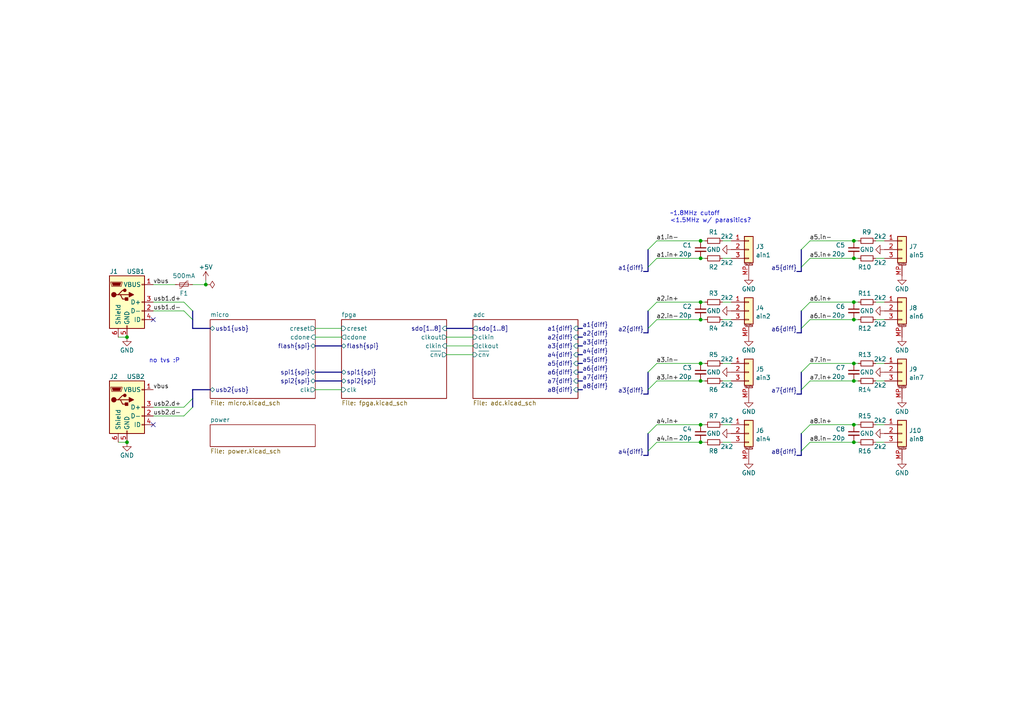
<source format=kicad_sch>
(kicad_sch (version 20230121) (generator eeschema)
  (paper "A4")
  (lib_symbols
    (symbol "Connector:USB_B_Micro" (pin_names (offset 1.016))
      (property "Reference" "J" (at -5.08 11.43 0))
      (property "Value" "USB_B_Micro" (at -5.08 8.89 0))
      (symbol "USB_B_Micro_0_1"
        (rectangle (start -5.08 -7.62) (end 5.08 7.62) (stroke (width 0.254)) (fill (type background)))
        (circle (center -3.81 2.159) (radius 0.635) (stroke (width 0.254)) (fill (type outline)))
        (circle (center -0.635 3.429) (radius 0.381) (stroke (width 0.254)) (fill (type outline)))
        (rectangle (start -0.127 -7.62) (end 0.127 -6.858))
        (polyline (pts (xy -1.905 2.159) (xy 0.635 2.159)) (stroke (width 0.254)))
        (polyline (pts (xy -3.175 2.159) (xy -2.54 2.159) (xy -1.27 3.429) (xy -0.635 3.429)) (stroke (width 0.254)))
        (polyline (pts (xy -2.54 2.159) (xy -1.905 2.159) (xy -1.27 0.889) (xy 0 0.889)) (stroke (width 0.254)))
        (polyline (pts (xy 0.635 2.794) (xy 0.635 1.524) (xy 1.905 2.159) (xy 0.635 2.794)) (stroke (width 0.254)) (fill (type outline)))
        (polyline (pts (xy -4.318 5.588) (xy -1.778 5.588) (xy -2.032 4.826) (xy -4.064 4.826) (xy -4.318 5.588)) (fill (type outline)))
        (polyline (pts (xy -4.699 5.842) (xy -4.699 5.588) (xy -4.445 4.826) (xy -4.445 4.572) (xy -1.651 4.572) (xy -1.651 4.826) (xy -1.397 5.588) (xy -1.397 5.842) (xy -4.699 5.842)))
        (rectangle (start 0.254 1.27) (end -0.508 0.508) (stroke (width 0.254)) (fill (type outline)))
        (rectangle (start 5.08 -5.207) (end 4.318 -4.953))
        (rectangle (start 5.08 -2.667) (end 4.318 -2.413))
        (rectangle (start 5.08 -0.127) (end 4.318 0.127))
        (rectangle (start 5.08 4.953) (end 4.318 5.207))
      )
      (symbol "USB_B_Micro_1_1"
        (pin power_out line (at 7.62 5.08 180) (length 2.54) (name "VBUS") (number "1"))
        (pin bidirectional line (at 7.62 -2.54 180) (length 2.54) (name "D-") (number "2"))
        (pin bidirectional line (at 7.62 0 180) (length 2.54) (name "D+") (number "3"))
        (pin passive line (at 7.62 -5.08 180) (length 2.54) (name "ID") (number "4"))
        (pin power_out line (at 0 -10.16 90) (length 2.54) (name "GND") (number "5"))
        (pin passive line (at -2.54 -10.16 90) (length 2.54) (name "Shield") (number "6"))
      )
    )
    (symbol "Connector_Generic_MountingPin:Conn_01x03_MountingPin" (pin_names (offset 1.016) hide)
      (property "Reference" "J" (at 0 5.08 0))
      (property "Value" "Conn_01x03_MountingPin" (at 1.27 -5.08 0))
      (symbol "Conn_01x03_MountingPin_1_1"
        (rectangle (start -1.27 -2.413) (end 0 -2.667) (stroke (width 0.1524)))
        (rectangle (start -1.27 0.127) (end 0 -0.127) (stroke (width 0.1524)))
        (rectangle (start -1.27 2.667) (end 0 2.413) (stroke (width 0.1524)))
        (rectangle (start -1.27 3.81) (end 1.27 -3.81) (stroke (width 0.254)) (fill (type background)))
        (polyline (pts (xy -1.016 -4.572) (xy 1.016 -4.572)) (stroke (width 0.1524)))
        (text "Mounting" (at 0 -4.191 0) (effects (font (size 0.381 0.381))))
        (pin passive line (at -5.08 2.54 0) (length 3.81) (name "Pin_1") (number "1"))
        (pin passive line (at -5.08 0 0) (length 3.81) (name "Pin_2") (number "2"))
        (pin passive line (at -5.08 -2.54 0) (length 3.81) (name "Pin_3") (number "3"))
        (pin passive line (at 0 -7.62 90) (length 3.048) (name "MountPin") (number "MP"))
      )
    )
    (symbol "Device:C_Small" (pin_numbers hide) (pin_names (offset 0.254) hide)
      (property "Reference" "C" (at 0.254 1.778 0))
      (property "Value" "C_Small" (at 0.254 -2.032 0))
      (symbol "C_Small_0_1"
        (polyline (pts (xy -1.524 -0.508) (xy 1.524 -0.508)) (stroke (width 0.3302)))
        (polyline (pts (xy -1.524 0.508) (xy 1.524 0.508)) (stroke (width 0.3048)))
      )
      (symbol "C_Small_1_1"
        (pin passive line (at 0 2.54 270) (length 2.032) (name "~") (number "1"))
        (pin passive line (at 0 -2.54 90) (length 2.032) (name "~") (number "2"))
      )
    )
    (symbol "Device:Polyfuse_Small" (pin_numbers hide) (pin_names (offset 0))
      (property "Reference" "F" (at -1.905 0 90))
      (property "Value" "Polyfuse_Small" (at 1.905 0 90))
      (symbol "Polyfuse_Small_0_1"
        (rectangle (start -0.508 1.27) (end 0.508 -1.27))
        (polyline (pts (xy 0 2.54) (xy 0 -2.54)))
        (polyline (pts (xy -1.016 1.27) (xy -1.016 0.762) (xy 1.016 -0.762) (xy 1.016 -1.27)))
      )
      (symbol "Polyfuse_Small_1_1"
        (pin passive line (at 0 2.54 270) (length 0.635) (name "~") (number "1"))
        (pin passive line (at 0 -2.54 90) (length 0.635) (name "~") (number "2"))
      )
    )
    (symbol "Device:R_Small" (pin_numbers hide) (pin_names (offset 0.254) hide)
      (property "Reference" "R" (at 0.762 0.508 0))
      (property "Value" "R_Small" (at 0.762 -1.016 0))
      (symbol "R_Small_0_1"
        (rectangle (start -0.762 1.778) (end 0.762 -1.778) (stroke (width 0.2032)))
      )
      (symbol "R_Small_1_1"
        (pin passive line (at 0 2.54 270) (length 0.762) (name "~") (number "1"))
        (pin passive line (at 0 -2.54 90) (length 0.762) (name "~") (number "2"))
      )
    )
    (symbol "power:+5V" (power) (pin_names (offset 0))
      (property "Value" "+5V" (at 0 3.556 0))
      (symbol "+5V_0_1"
        (polyline (pts (xy -0.762 1.27) (xy 0 2.54)))
        (polyline (pts (xy 0 0) (xy 0 2.54)))
        (polyline (pts (xy 0 2.54) (xy 0.762 1.27)))
      )
      (symbol "+5V_1_1"
        (pin power_in line (at 0 0 90) (length 0) hide (name "+5V") (number "1"))
      )
    )
    (symbol "power:GND" (power) (pin_names (offset 0))
      (property "Value" "GND" (at 0 -3.81 0))
      (symbol "GND_0_1"
        (polyline (pts (xy 0 0) (xy 0 -1.27) (xy 1.27 -1.27) (xy 0 -2.54) (xy -1.27 -1.27) (xy 0 -1.27)))
      )
      (symbol "GND_1_1"
        (pin power_in line (at 0 0 270) (length 0) hide (name "GND") (number "1"))
      )
    )
    (symbol "power:PWR_FLAG" (power) (pin_numbers hide) (pin_names (offset 0) hide)
      (property "Value" "PWR_FLAG" (at 0 3.81 0))
      (symbol "PWR_FLAG_0_0"
        (pin power_out line (at 0 0 90) (length 0) (name "pwr") (number "1"))
      )
      (symbol "PWR_FLAG_0_1"
        (polyline (pts (xy 0 0) (xy 0 1.27) (xy -1.016 1.905) (xy 0 2.54) (xy 1.016 1.905) (xy 0 1.27)))
      )
    )
  )
  (bus_alias "spi" (members "mosi" "miso" "sck" "cs"))
  (bus_alias "usb" (members "d+" "d-"))
  (junction (at 247.65 105.41))
  (junction (at 59.69 82.55))
  (junction (at 203.2 87.63))
  (junction (at 203.2 105.41))
  (junction (at 247.65 123.19))
  (junction (at 203.2 74.93))
  (junction (at 247.65 69.85))
  (junction (at 247.65 110.49))
  (junction (at 203.2 69.85))
  (junction (at 247.65 74.93))
  (junction (at 247.65 87.63))
  (junction (at 36.83 97.79))
  (junction (at 203.2 128.27))
  (junction (at 247.65 92.71))
  (junction (at 203.2 123.19))
  (junction (at 203.2 110.49))
  (junction (at 36.83 128.27))
  (junction (at 203.2 92.71))
  (junction (at 247.65 128.27))
  (no_connect (at 44.45 123.19))
  (no_connect (at 44.45 92.71))
  (bus_entry (at 187.96 95.25) (size 2.54 -2.54))
  (bus_entry (at 53.34 120.65) (size 2.54 -2.54))
  (bus_entry (at 53.34 90.17) (size 2.54 2.54))
  (bus_entry (at 53.34 87.63) (size 2.54 2.54))
  (bus_entry (at 187.96 90.17) (size 2.54 -2.54))
  (bus_entry (at 232.41 95.25) (size 2.54 -2.54))
  (bus_entry (at 187.96 113.03) (size 2.54 -2.54))
  (bus_entry (at 232.41 107.95) (size 2.54 -2.54))
  (bus_entry (at 187.96 77.47) (size 2.54 -2.54))
  (bus_entry (at 53.34 118.11) (size 2.54 -2.54))
  (bus_entry (at 232.41 90.17) (size 2.54 -2.54))
  (bus_entry (at 232.41 113.03) (size 2.54 -2.54))
  (bus_entry (at 187.96 130.81) (size 2.54 -2.54))
  (bus_entry (at 232.41 77.47) (size 2.54 -2.54))
  (bus_entry (at 187.96 72.39) (size 2.54 -2.54))
  (bus_entry (at 187.96 107.95) (size 2.54 -2.54))
  (bus_entry (at 187.96 125.73) (size 2.54 -2.54))
  (bus_entry (at 232.41 125.73) (size 2.54 -2.54))
  (bus_entry (at 232.41 130.81) (size 2.54 -2.54))
  (bus_entry (at 232.41 72.39) (size 2.54 -2.54))
  (bus (pts (xy 232.41 130.81) (xy 232.41 132.08)))
  (bus (pts (xy 186.69 78.74) (xy 187.96 78.74)))
  (bus (pts (xy 167.64 102.87) (xy 168.91 102.87)))
  (wire (pts (xy 203.2 92.71) (xy 204.47 92.71)))
  (wire (pts (xy 190.5 87.63) (xy 203.2 87.63)))
  (wire (pts (xy 129.54 102.87) (xy 137.16 102.87)))
  (bus (pts (xy 187.96 107.95) (xy 187.96 113.03)))
  (wire (pts (xy 209.55 110.49) (xy 212.09 110.49)))
  (bus (pts (xy 91.44 107.95) (xy 99.06 107.95)))
  (wire (pts (xy 254 69.85) (xy 256.54 69.85)))
  (bus (pts (xy 187.96 90.17) (xy 187.96 95.25)))
  (wire (pts (xy 44.45 90.17) (xy 53.34 90.17)))
  (bus (pts (xy 231.14 96.52) (xy 232.41 96.52)))
  (wire (pts (xy 209.55 123.19) (xy 212.09 123.19)))
  (bus (pts (xy 187.96 95.25) (xy 187.96 96.52)))
  (wire (pts (xy 247.65 105.41) (xy 248.92 105.41)))
  (bus (pts (xy 231.14 78.74) (xy 232.41 78.74)))
  (bus (pts (xy 232.41 90.17) (xy 232.41 95.25)))
  (bus (pts (xy 232.41 125.73) (xy 232.41 130.81)))
  (bus (pts (xy 187.96 72.39) (xy 187.96 77.47)))
  (bus (pts (xy 167.64 105.41) (xy 168.91 105.41)))
  (wire (pts (xy 129.54 97.79) (xy 137.16 97.79)))
  (wire (pts (xy 247.65 110.49) (xy 248.92 110.49)))
  (bus (pts (xy 187.96 77.47) (xy 187.96 78.74)))
  (bus (pts (xy 167.64 100.33) (xy 168.91 100.33)))
  (wire (pts (xy 254 128.27) (xy 256.54 128.27)))
  (wire (pts (xy 234.95 87.63) (xy 247.65 87.63)))
  (wire (pts (xy 190.5 69.85) (xy 203.2 69.85)))
  (bus (pts (xy 232.41 113.03) (xy 232.41 114.3)))
  (wire (pts (xy 34.29 128.27) (xy 36.83 128.27)))
  (wire (pts (xy 234.95 92.71) (xy 247.65 92.71)))
  (wire (pts (xy 203.2 87.63) (xy 204.47 87.63)))
  (bus (pts (xy 187.96 130.81) (xy 187.96 132.08)))
  (bus (pts (xy 167.64 110.49) (xy 168.91 110.49)))
  (wire (pts (xy 190.5 123.19) (xy 203.2 123.19)))
  (wire (pts (xy 209.55 87.63) (xy 212.09 87.63)))
  (wire (pts (xy 203.2 110.49) (xy 204.47 110.49)))
  (bus (pts (xy 55.88 113.03) (xy 55.88 115.57)))
  (wire (pts (xy 247.65 74.93) (xy 248.92 74.93)))
  (bus (pts (xy 186.69 132.08) (xy 187.96 132.08)))
  (wire (pts (xy 44.45 87.63) (xy 53.34 87.63)))
  (bus (pts (xy 232.41 107.95) (xy 232.41 113.03)))
  (bus (pts (xy 231.14 132.08) (xy 232.41 132.08)))
  (bus (pts (xy 167.64 97.79) (xy 168.91 97.79)))
  (wire (pts (xy 190.5 92.71) (xy 203.2 92.71)))
  (wire (pts (xy 247.65 87.63) (xy 248.92 87.63)))
  (wire (pts (xy 209.55 128.27) (xy 212.09 128.27)))
  (wire (pts (xy 44.45 120.65) (xy 53.34 120.65)))
  (wire (pts (xy 254 87.63) (xy 256.54 87.63)))
  (wire (pts (xy 55.88 82.55) (xy 59.69 82.55)))
  (bus (pts (xy 232.41 77.47) (xy 232.41 78.74)))
  (wire (pts (xy 203.2 128.27) (xy 204.47 128.27)))
  (bus (pts (xy 60.96 113.03) (xy 55.88 113.03)))
  (wire (pts (xy 190.5 110.49) (xy 203.2 110.49)))
  (wire (pts (xy 203.2 105.41) (xy 204.47 105.41)))
  (wire (pts (xy 190.5 128.27) (xy 203.2 128.27)))
  (wire (pts (xy 247.65 128.27) (xy 248.92 128.27)))
  (bus (pts (xy 60.96 95.25) (xy 55.88 95.25)))
  (wire (pts (xy 209.55 74.93) (xy 212.09 74.93)))
  (bus (pts (xy 55.88 115.57) (xy 55.88 118.11)))
  (bus (pts (xy 55.88 92.71) (xy 55.88 95.25)))
  (wire (pts (xy 91.44 97.79) (xy 99.06 97.79)))
  (bus (pts (xy 231.14 114.3) (xy 232.41 114.3)))
  (wire (pts (xy 254 123.19) (xy 256.54 123.19)))
  (wire (pts (xy 247.65 69.85) (xy 248.92 69.85)))
  (wire (pts (xy 254 74.93) (xy 256.54 74.93)))
  (bus (pts (xy 129.54 95.25) (xy 137.16 95.25)))
  (wire (pts (xy 203.2 74.93) (xy 204.47 74.93)))
  (bus (pts (xy 187.96 113.03) (xy 187.96 114.3)))
  (wire (pts (xy 91.44 113.03) (xy 99.06 113.03)))
  (wire (pts (xy 190.5 105.41) (xy 203.2 105.41)))
  (wire (pts (xy 234.95 74.93) (xy 247.65 74.93)))
  (wire (pts (xy 203.2 69.85) (xy 204.47 69.85)))
  (bus (pts (xy 187.96 125.73) (xy 187.96 130.81)))
  (wire (pts (xy 234.95 128.27) (xy 247.65 128.27)))
  (wire (pts (xy 254 105.41) (xy 256.54 105.41)))
  (wire (pts (xy 129.54 100.33) (xy 137.16 100.33)))
  (bus (pts (xy 186.69 114.3) (xy 187.96 114.3)))
  (wire (pts (xy 254 92.71) (xy 256.54 92.71)))
  (bus (pts (xy 167.64 107.95) (xy 168.91 107.95)))
  (wire (pts (xy 34.29 97.79) (xy 36.83 97.79)))
  (wire (pts (xy 247.65 92.71) (xy 248.92 92.71)))
  (wire (pts (xy 190.5 74.93) (xy 203.2 74.93)))
  (wire (pts (xy 91.44 95.25) (xy 99.06 95.25)))
  (bus (pts (xy 232.41 72.39) (xy 232.41 77.47)))
  (bus (pts (xy 55.88 90.17) (xy 55.88 92.71)))
  (bus (pts (xy 186.69 96.52) (xy 187.96 96.52)))
  (wire (pts (xy 44.45 118.11) (xy 53.34 118.11)))
  (wire (pts (xy 234.95 110.49) (xy 247.65 110.49)))
  (wire (pts (xy 234.95 69.85) (xy 247.65 69.85)))
  (wire (pts (xy 209.55 92.71) (xy 212.09 92.71)))
  (wire (pts (xy 44.45 82.55) (xy 50.8 82.55)))
  (wire (pts (xy 254 110.49) (xy 256.54 110.49)))
  (bus (pts (xy 167.64 95.25) (xy 168.91 95.25)))
  (wire (pts (xy 203.2 123.19) (xy 204.47 123.19)))
  (wire (pts (xy 59.69 81.28) (xy 59.69 82.55)))
  (wire (pts (xy 209.55 69.85) (xy 212.09 69.85)))
  (wire (pts (xy 247.65 123.19) (xy 248.92 123.19)))
  (wire (pts (xy 234.95 123.19) (xy 247.65 123.19)))
  (bus (pts (xy 91.44 100.33) (xy 99.06 100.33)))
  (wire (pts (xy 209.55 105.41) (xy 212.09 105.41)))
  (bus (pts (xy 91.44 110.49) (xy 99.06 110.49)))
  (wire (pts (xy 234.95 105.41) (xy 247.65 105.41)))
  (bus (pts (xy 167.64 113.03) (xy 168.91 113.03)))
  (bus (pts (xy 232.41 95.25) (xy 232.41 96.52)))
  (text "~1.8MHz cutoff\n<1.5MHz w/ parasitics?\n" (at 194.31 64.77 0) (effects (font (size 1.27 1.27)) (justify left bottom)))
  (text "no tvs :P" (at 43.18 105.41 0) (effects (font (size 1.27 1.27)) (justify left bottom)))
  (label "a4.in+" (at 196.85 123.19 180))
  (label "a8.in+" (at 241.3 123.19 180))
  (label "a1.in+" (at 196.85 74.93 180))
  (label "a6{diff}" (at 231.14 96.52 180))
  (label "a7.in+" (at 241.3 110.49 180))
  (label "a4.in-" (at 196.85 128.27 180))
  (label "a5.in-" (at 241.3 69.85 180))
  (label "a4{diff}" (at 168.91 102.87 0))
  (label "a1.in-" (at 196.85 69.85 180))
  (label "a6{diff}" (at 168.91 107.95 0))
  (label "a1{diff}" (at 186.69 78.74 180))
  (label "a5{diff}" (at 168.91 105.41 0))
  (label "a7{diff}" (at 231.14 114.3 180))
  (label "vbus" (at 44.45 113.03 0))
  (label "vbus" (at 44.45 82.55 0))
  (label "a3{diff}" (at 186.69 114.3 180))
  (label "usb1.d+" (at 44.45 87.63 0))
  (label "a5.in+" (at 241.3 74.93 180))
  (label "a2.in-" (at 196.85 92.71 180))
  (label "a2.in+" (at 196.85 87.63 180))
  (label "usb2.d-" (at 44.45 120.65 0))
  (label "a6.in+" (at 241.3 87.63 180))
  (label "a7.in-" (at 241.3 105.41 180))
  (label "a3.in+" (at 196.85 110.49 180))
  (label "a1{diff}" (at 168.91 95.25 0))
  (label "a2{diff}" (at 168.91 97.79 0))
  (label "usb2.d+" (at 44.45 118.11 0))
  (label "a6.in-" (at 241.3 92.71 180))
  (label "a7{diff}" (at 168.91 110.49 0))
  (label "a8{diff}" (at 168.91 113.03 0))
  (label "a8{diff}" (at 231.14 132.08 180))
  (label "a8.in-" (at 241.3 128.27 180))
  (label "a2{diff}" (at 186.69 96.52 180))
  (label "a5{diff}" (at 231.14 78.74 180))
  (label "a3.in-" (at 196.85 105.41 180))
  (label "a4{diff}" (at 186.69 132.08 180))
  (label "usb1.d-" (at 44.45 90.17 0))
  (label "a3{diff}" (at 168.91 100.33 0))
  (symbol (lib_id "power:PWR_FLAG") (at 59.69 82.55 270) (unit 1)
    (property "Reference" "#FLG01" (effects hide))
    (property "Value" "PWR_FLAG" (effects hide))
  )
  (symbol (lib_id "Device:R_Small") (at 207.01 105.41 90) (unit 1)
    (property "Reference" "R5" (at 208.28 102.87 90) (effects (justify left)))
    (property "Value" "2k2" (at 210.82 104.14 90))
    (property "Footprint" "Resistor_SMD:R_0402_1005Metric" (effects hide))
  )
  (symbol (lib_id "Device:R_Small") (at 251.46 87.63 90) (unit 1)
    (property "Reference" "R11" (at 252.73 85.09 90) (effects (justify left)))
    (property "Value" "2k2" (at 255.27 86.36 90))
    (property "Footprint" "Resistor_SMD:R_0402_1005Metric" (effects hide))
  )
  (symbol (lib_id "Connector_Generic_MountingPin:Conn_01x03_MountingPin") (at 217.17 72.39 0) (unit 1)
    (property "Reference" "J3" (at 219.202 71.5335 0) (effects (justify left)))
    (property "Value" "ain1" (at 219.202 73.9577 0) (effects (justify left)))
    (property "Footprint" "Connector_JST:JST_GH_SM03B-GHS-TB_1x03-1MP_P1.25mm_Horizontal" (effects hide))
  )
  (symbol (lib_id "Device:C_Small") (at 203.2 72.39 0) (mirror y) (unit 1)
    (property "Reference" "C1" (at 200.66 71.12 0) (effects (justify left)))
    (property "Value" "20p" (at 200.66 73.66 0) (effects (justify left)))
    (property "Footprint" "Capacitor_SMD:C_0402_1005Metric" (effects hide))
  )
  (symbol (lib_id "Device:Polyfuse_Small") (at 53.34 82.55 90) (unit 1)
    (property "Reference" "F1" (at 53.34 85.09 90))
    (property "Value" "500mA" (at 53.34 80.01 90))
    (property "Footprint" "Fuse:Fuse_1206_3216Metric" (effects hide))
  )
  (symbol (lib_id "Device:C_Small") (at 247.65 125.73 0) (mirror y) (unit 1)
    (property "Reference" "C8" (at 245.11 124.46 0) (effects (justify left)))
    (property "Value" "20p" (at 245.11 127 0) (effects (justify left)))
    (property "Footprint" "Capacitor_SMD:C_0402_1005Metric" (effects hide))
  )
  (symbol (lib_id "power:GND") (at 212.09 72.39 270) (unit 1)
    (property "Reference" "#PWR04" (effects hide))
    (property "Value" "GND" (at 207.01 72.39 90))
  )
  (symbol (lib_id "Connector_Generic_MountingPin:Conn_01x03_MountingPin") (at 261.62 125.73 0) (unit 1)
    (property "Reference" "J10" (at 263.652 124.8735 0) (effects (justify left)))
    (property "Value" "ain8" (at 263.652 127.2977 0) (effects (justify left)))
    (property "Footprint" "Connector_JST:JST_GH_SM03B-GHS-TB_1x03-1MP_P1.25mm_Horizontal" (effects hide))
  )
  (symbol (lib_id "Device:R_Small") (at 207.01 69.85 90) (unit 1)
    (property "Reference" "R1" (at 208.28 67.31 90) (effects (justify left)))
    (property "Value" "2k2" (at 210.82 68.58 90))
    (property "Footprint" "Resistor_SMD:R_0402_1005Metric" (effects hide))
  )
  (symbol (lib_id "Device:R_Small") (at 207.01 74.93 90) (mirror x) (unit 1)
    (property "Reference" "R2" (at 208.28 77.47 90) (effects (justify left)))
    (property "Value" "2k2" (at 210.82 76.2 90))
    (property "Footprint" "Resistor_SMD:R_0402_1005Metric" (effects hide))
  )
  (symbol (lib_id "power:GND") (at 261.62 115.57 0) (unit 1)
    (property "Reference" "#PWR018" (effects hide))
    (property "Value" "GND" (at 261.62 119.38 0))
  )
  (symbol (lib_id "power:GND") (at 217.17 115.57 0) (unit 1)
    (property "Reference" "#PWR010" (effects hide))
    (property "Value" "GND" (at 217.17 119.38 0))
  )
  (symbol (lib_id "Device:R_Small") (at 251.46 123.19 90) (unit 1)
    (property "Reference" "R15" (at 252.73 120.65 90) (effects (justify left)))
    (property "Value" "2k2" (at 255.27 121.92 90))
    (property "Footprint" "Resistor_SMD:R_0402_1005Metric" (effects hide))
  )
  (symbol (lib_id "power:GND") (at 36.83 97.79 0) (unit 1)
    (property "Reference" "#PWR01" (effects hide))
    (property "Value" "GND" (at 36.83 101.6 0))
  )
  (symbol (lib_id "Device:R_Small") (at 251.46 92.71 90) (mirror x) (unit 1)
    (property "Reference" "R12" (at 252.73 95.25 90) (effects (justify left)))
    (property "Value" "2k2" (at 255.27 93.98 90))
    (property "Footprint" "Resistor_SMD:R_0402_1005Metric" (effects hide))
  )
  (symbol (lib_id "power:GND") (at 217.17 133.35 0) (unit 1)
    (property "Reference" "#PWR011" (effects hide))
    (property "Value" "GND" (at 217.17 137.16 0))
  )
  (symbol (lib_id "power:GND") (at 36.83 128.27 0) (unit 1)
    (property "Reference" "#PWR02" (effects hide))
    (property "Value" "GND" (at 36.83 132.08 0))
  )
  (symbol (lib_id "power:GND") (at 261.62 97.79 0) (unit 1)
    (property "Reference" "#PWR017" (effects hide))
    (property "Value" "GND" (at 261.62 101.6 0))
  )
  (symbol (lib_id "Device:R_Small") (at 207.01 128.27 90) (mirror x) (unit 1)
    (property "Reference" "R8" (at 208.28 130.81 90) (effects (justify left)))
    (property "Value" "2k2" (at 210.82 129.54 90))
    (property "Footprint" "Resistor_SMD:R_0402_1005Metric" (effects hide))
  )
  (symbol (lib_id "power:GND") (at 256.54 72.39 270) (unit 1)
    (property "Reference" "#PWR012" (effects hide))
    (property "Value" "GND" (at 251.46 72.39 90))
  )
  (symbol (lib_id "power:GND") (at 261.62 133.35 0) (unit 1)
    (property "Reference" "#PWR019" (effects hide))
    (property "Value" "GND" (at 261.62 137.16 0))
  )
  (symbol (lib_id "Connector_Generic_MountingPin:Conn_01x03_MountingPin") (at 261.62 72.39 0) (unit 1)
    (property "Reference" "J7" (at 263.652 71.5335 0) (effects (justify left)))
    (property "Value" "ain5" (at 263.652 73.9577 0) (effects (justify left)))
    (property "Footprint" "Connector_JST:JST_GH_SM03B-GHS-TB_1x03-1MP_P1.25mm_Horizontal" (effects hide))
  )
  (symbol (lib_id "power:GND") (at 212.09 90.17 270) (unit 1)
    (property "Reference" "#PWR05" (effects hide))
    (property "Value" "GND" (at 207.01 90.17 90))
  )
  (symbol (lib_id "Device:R_Small") (at 251.46 105.41 90) (unit 1)
    (property "Reference" "R13" (at 252.73 102.87 90) (effects (justify left)))
    (property "Value" "2k2" (at 255.27 104.14 90))
    (property "Footprint" "Resistor_SMD:R_0402_1005Metric" (effects hide))
  )
  (symbol (lib_id "Connector_Generic_MountingPin:Conn_01x03_MountingPin") (at 261.62 107.95 0) (unit 1)
    (property "Reference" "J9" (at 263.652 107.0935 0) (effects (justify left)))
    (property "Value" "ain7" (at 263.652 109.5177 0) (effects (justify left)))
    (property "Footprint" "Connector_JST:JST_GH_SM03B-GHS-TB_1x03-1MP_P1.25mm_Horizontal" (effects hide))
  )
  (symbol (lib_id "power:GND") (at 256.54 125.73 270) (unit 1)
    (property "Reference" "#PWR015" (effects hide))
    (property "Value" "GND" (at 251.46 125.73 90))
  )
  (symbol (lib_id "Connector_Generic_MountingPin:Conn_01x03_MountingPin") (at 217.17 90.17 0) (unit 1)
    (property "Reference" "J4" (at 219.202 89.3135 0) (effects (justify left)))
    (property "Value" "ain2" (at 219.202 91.7377 0) (effects (justify left)))
    (property "Footprint" "Connector_JST:JST_GH_SM03B-GHS-TB_1x03-1MP_P1.25mm_Horizontal" (effects hide))
  )
  (symbol (lib_id "Device:R_Small") (at 207.01 123.19 90) (unit 1)
    (property "Reference" "R7" (at 208.28 120.65 90) (effects (justify left)))
    (property "Value" "2k2" (at 210.82 121.92 90))
    (property "Footprint" "Resistor_SMD:R_0402_1005Metric" (effects hide))
  )
  (symbol (lib_id "Device:C_Small") (at 203.2 107.95 0) (mirror y) (unit 1)
    (property "Reference" "C3" (at 200.66 106.68 0) (effects (justify left)))
    (property "Value" "20p" (at 200.66 109.22 0) (effects (justify left)))
    (property "Footprint" "Capacitor_SMD:C_0402_1005Metric" (effects hide))
  )
  (symbol (lib_id "power:GND") (at 256.54 90.17 270) (unit 1)
    (property "Reference" "#PWR013" (effects hide))
    (property "Value" "GND" (at 251.46 90.17 90))
  )
  (symbol (lib_id "Device:C_Small") (at 247.65 72.39 0) (mirror y) (unit 1)
    (property "Reference" "C5" (at 245.11 71.12 0) (effects (justify left)))
    (property "Value" "20p" (at 245.11 73.66 0) (effects (justify left)))
    (property "Footprint" "Capacitor_SMD:C_0402_1005Metric" (effects hide))
  )
  (symbol (lib_id "Connector:USB_B_Micro") (at 36.83 87.63 0) (unit 1)
    (property "Reference" "J1" (at 33.02 78.74 0))
    (property "Value" "USB1" (at 39.37 78.74 0))
    (property "Footprint" "extraparts:USB_Micro-B_U254-05" (effects hide))
  )
  (symbol (lib_id "Device:R_Small") (at 251.46 110.49 90) (mirror x) (unit 1)
    (property "Reference" "R14" (at 252.73 113.03 90) (effects (justify left)))
    (property "Value" "2k2" (at 255.27 111.76 90))
    (property "Footprint" "Resistor_SMD:R_0402_1005Metric" (effects hide))
  )
  (symbol (lib_id "Device:C_Small") (at 247.65 107.95 0) (mirror y) (unit 1)
    (property "Reference" "C7" (at 245.11 106.68 0) (effects (justify left)))
    (property "Value" "20p" (at 245.11 109.22 0) (effects (justify left)))
    (property "Footprint" "Capacitor_SMD:C_0402_1005Metric" (effects hide))
  )
  (symbol (lib_id "Connector_Generic_MountingPin:Conn_01x03_MountingPin") (at 217.17 107.95 0) (unit 1)
    (property "Reference" "J5" (at 219.202 107.0935 0) (effects (justify left)))
    (property "Value" "ain3" (at 219.202 109.5177 0) (effects (justify left)))
    (property "Footprint" "Connector_JST:JST_GH_SM03B-GHS-TB_1x03-1MP_P1.25mm_Horizontal" (effects hide))
  )
  (symbol (lib_id "Connector_Generic_MountingPin:Conn_01x03_MountingPin") (at 217.17 125.73 0) (unit 1)
    (property "Reference" "J6" (at 219.202 124.8735 0) (effects (justify left)))
    (property "Value" "ain4" (at 219.202 127.2977 0) (effects (justify left)))
    (property "Footprint" "Connector_JST:JST_GH_SM03B-GHS-TB_1x03-1MP_P1.25mm_Horizontal" (effects hide))
  )
  (symbol (lib_id "power:GND") (at 212.09 125.73 270) (unit 1)
    (property "Reference" "#PWR07" (effects hide))
    (property "Value" "GND" (at 207.01 125.73 90))
  )
  (symbol (lib_id "Device:C_Small") (at 247.65 90.17 0) (mirror y) (unit 1)
    (property "Reference" "C6" (at 245.11 88.9 0) (effects (justify left)))
    (property "Value" "20p" (at 245.11 91.44 0) (effects (justify left)))
    (property "Footprint" "Capacitor_SMD:C_0402_1005Metric" (effects hide))
  )
  (symbol (lib_id "power:GND") (at 256.54 107.95 270) (unit 1)
    (property "Reference" "#PWR014" (effects hide))
    (property "Value" "GND" (at 251.46 107.95 90))
  )
  (symbol (lib_id "Device:R_Small") (at 207.01 87.63 90) (unit 1)
    (property "Reference" "R3" (at 208.28 85.09 90) (effects (justify left)))
    (property "Value" "2k2" (at 210.82 86.36 90))
    (property "Footprint" "Resistor_SMD:R_0402_1005Metric" (effects hide))
  )
  (symbol (lib_id "Device:R_Small") (at 251.46 128.27 90) (mirror x) (unit 1)
    (property "Reference" "R16" (at 252.73 130.81 90) (effects (justify left)))
    (property "Value" "2k2" (at 255.27 129.54 90))
    (property "Footprint" "Resistor_SMD:R_0402_1005Metric" (effects hide))
  )
  (symbol (lib_id "power:GND") (at 217.17 97.79 0) (unit 1)
    (property "Reference" "#PWR09" (effects hide))
    (property "Value" "GND" (at 217.17 101.6 0))
  )
  (symbol (lib_id "power:GND") (at 212.09 107.95 270) (unit 1)
    (property "Reference" "#PWR06" (effects hide))
    (property "Value" "GND" (at 207.01 107.95 90))
  )
  (symbol (lib_id "Device:R_Small") (at 251.46 74.93 90) (mirror x) (unit 1)
    (property "Reference" "R10" (at 252.73 77.47 90) (effects (justify left)))
    (property "Value" "2k2" (at 255.27 76.2 90))
    (property "Footprint" "Resistor_SMD:R_0402_1005Metric" (effects hide))
  )
  (symbol (lib_id "power:GND") (at 217.17 80.01 0) (unit 1)
    (property "Reference" "#PWR08" (effects hide))
    (property "Value" "GND" (at 217.17 83.82 0))
  )
  (symbol (lib_id "Device:R_Small") (at 207.01 92.71 90) (mirror x) (unit 1)
    (property "Reference" "R4" (at 208.28 95.25 90) (effects (justify left)))
    (property "Value" "2k2" (at 210.82 93.98 90))
    (property "Footprint" "Resistor_SMD:R_0402_1005Metric" (effects hide))
  )
  (symbol (lib_id "Device:R_Small") (at 251.46 69.85 90) (unit 1)
    (property "Reference" "R9" (at 252.73 67.31 90) (effects (justify left)))
    (property "Value" "2k2" (at 255.27 68.58 90))
    (property "Footprint" "Resistor_SMD:R_0402_1005Metric" (effects hide))
  )
  (symbol (lib_id "Device:C_Small") (at 203.2 125.73 0) (mirror y) (unit 1)
    (property "Reference" "C4" (at 200.66 124.46 0) (effects (justify left)))
    (property "Value" "20p" (at 200.66 127 0) (effects (justify left)))
    (property "Footprint" "Capacitor_SMD:C_0402_1005Metric" (effects hide))
  )
  (symbol (lib_id "Device:R_Small") (at 207.01 110.49 90) (mirror x) (unit 1)
    (property "Reference" "R6" (at 208.28 113.03 90) (effects (justify left)))
    (property "Value" "2k2" (at 210.82 111.76 90))
    (property "Footprint" "Resistor_SMD:R_0402_1005Metric" (effects hide))
  )
  (symbol (lib_id "Connector:USB_B_Micro") (at 36.83 118.11 0) (unit 1)
    (property "Reference" "J2" (at 33.02 109.22 0))
    (property "Value" "USB2" (at 39.37 109.22 0))
    (property "Footprint" "extraparts:USB_Micro-B_U254-05" (effects hide))
  )
  (symbol (lib_id "power:GND") (at 261.62 80.01 0) (unit 1)
    (property "Reference" "#PWR016" (effects hide))
    (property "Value" "GND" (at 261.62 83.82 0))
  )
  (symbol (lib_id "power:+5V") (at 59.69 81.28 0) (unit 1)
    (property "Reference" "#PWR03" (effects hide))
    (property "Value" "+5V" (at 59.69 77.47 0))
  )
  (symbol (lib_id "Device:C_Small") (at 203.2 90.17 0) (mirror y) (unit 1)
    (property "Reference" "C2" (at 200.66 88.9 0) (effects (justify left)))
    (property "Value" "20p" (at 200.66 91.44 0) (effects (justify left)))
    (property "Footprint" "Capacitor_SMD:C_0402_1005Metric" (effects hide))
  )
  (symbol (lib_id "Connector_Generic_MountingPin:Conn_01x03_MountingPin") (at 261.62 90.17 0) (unit 1)
    (property "Reference" "J8" (at 263.652 89.3135 0) (effects (justify left)))
    (property "Value" "ain6" (at 263.652 91.7377 0) (effects (justify left)))
    (property "Footprint" "Connector_JST:JST_GH_SM03B-GHS-TB_1x03-1MP_P1.25mm_Horizontal" (effects hide))
  )
  (sheet (at 137.16 92.71) (size 30.48 22.86) (stroke (width 0.1524))
    (property "Sheetname" "adc" (at 137.16 91.9984 0) (effects (justify left bottom)))
    (property "Sheetfile" "adc.kicad_sch" (at 137.16 116.1546 0) (effects (justify left top)))
    (pin "sdo[1..8]" output (at 137.16 95.25 180))
    (pin "clkin" input (at 137.16 97.79 180))
    (pin "clkout" output (at 137.16 100.33 180))
    (pin "~{cnv}" input (at 137.16 102.87 180))
    (pin "a7{diff}" input (at 167.64 110.49 0))
    (pin "a6{diff}" input (at 167.64 107.95 0))
    (pin "a5{diff}" input (at 167.64 105.41 0))
    (pin "a8{diff}" input (at 167.64 113.03 0))
    (pin "a3{diff}" input (at 167.64 100.33 0))
    (pin "a1{diff}" input (at 167.64 95.25 0))
    (pin "a4{diff}" input (at 167.64 102.87 0))
    (pin "a2{diff}" input (at 167.64 97.79 0))
  )
  (sheet (at 60.96 123.19) (size 30.48 6.35) (stroke (width 0.1524))
    (property "Sheetname" "power" (at 60.96 122.4784 0) (effects (justify left bottom)))
    (property "Sheetfile" "power.kicad_sch" (at 60.96 130.1246 0) (effects (justify left top)))
  )
  (sheet (at 60.96 92.71) (size 30.48 22.86) (stroke (width 0.1524))
    (property "Sheetname" "micro" (at 60.96 91.9984 0) (effects (justify left bottom)))
    (property "Sheetfile" "micro.kicad_sch" (at 60.96 116.1546 0) (effects (justify left top)))
    (pin "usb1{usb}" bidirectional (at 60.96 95.25 180))
    (pin "usb2{usb}" bidirectional (at 60.96 113.03 180))
    (pin "flash{spi}" bidirectional (at 91.44 100.33 0))
    (pin "creset" output (at 91.44 95.25 0))
    (pin "cdone" input (at 91.44 97.79 0))
    (pin "spi1{spi}" bidirectional (at 91.44 107.95 0))
    (pin "spi2{spi}" bidirectional (at 91.44 110.49 0))
    (pin "clk" output (at 91.44 113.03 0))
  )
  (sheet (at 99.06 92.71) (size 30.48 22.86) (stroke (width 0.1524))
    (property "Sheetname" "fpga" (at 99.06 91.9984 0) (effects (justify left bottom)))
    (property "Sheetfile" "fpga.kicad_sch" (at 99.06 116.1546 0) (effects (justify left top)))
    (pin "clk" input (at 99.06 113.03 180))
    (pin "flash{spi}" bidirectional (at 99.06 100.33 180))
    (pin "spi2{spi}" bidirectional (at 99.06 110.49 180))
    (pin "spi1{spi}" bidirectional (at 99.06 107.95 180))
    (pin "creset" input (at 99.06 95.25 180))
    (pin "cdone" output (at 99.06 97.79 180))
    (pin "sdo[1..8]" input (at 129.54 95.25 0))
    (pin "clkout" output (at 129.54 97.79 0))
    (pin "clkin" input (at 129.54 100.33 0))
    (pin "~{cnv}" output (at 129.54 102.87 0))
  )
)
</source>
